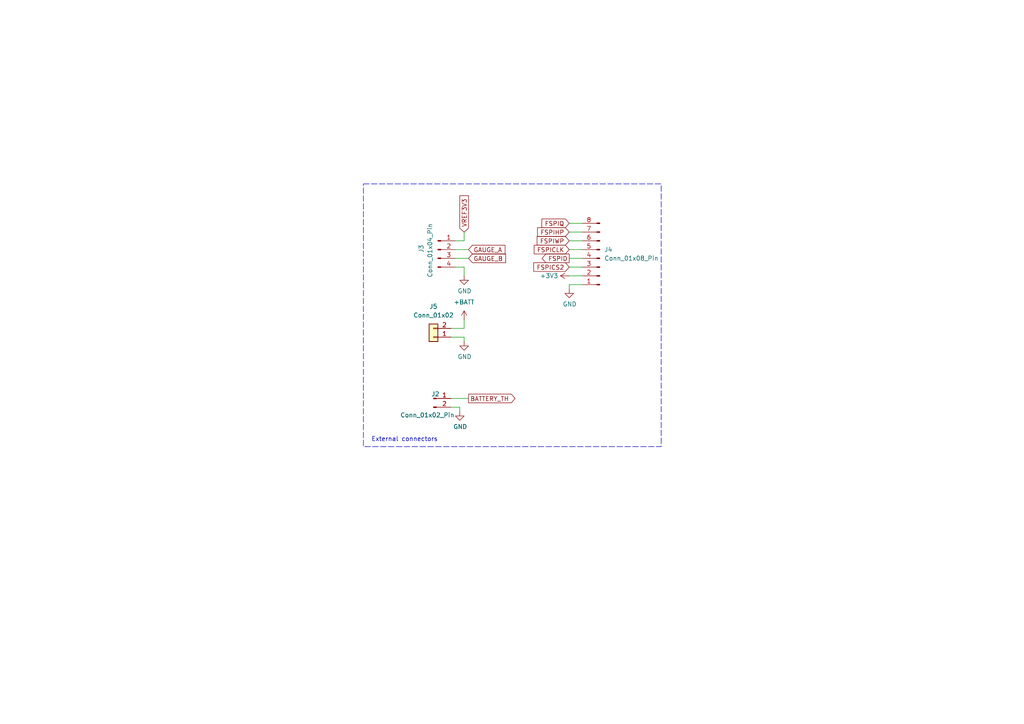
<source format=kicad_sch>
(kicad_sch (version 20250114) (generator "eeschema") (generator_version "9.0")
  (paper "A4")
  (lib_symbols
    (symbol "Connector:Conn_01x02_Pin" (pin_names (offset 1.016) (hide yes))
      (property "Reference" "J" (at 0 2.54 0))
      (property "Value" "Conn_01x02_Pin" (at 0 -5.08 0))
      (symbol "Conn_01x02_Pin_1_1"
        (rectangle (start 0.8636 0.127) (end 0 -0.127) (stroke (width 0.1524)) (fill (type outline)))
        (rectangle (start 0.8636 -2.413) (end 0 -2.667) (stroke (width 0.1524)) (fill (type outline)))
        (polyline (pts (xy 1.27 0) (xy 0.8636 0)) (stroke (width 0.1524)))
        (polyline (pts (xy 1.27 -2.54) (xy 0.8636 -2.54)) (stroke (width 0.1524)))
        (pin passive line (at 5.08 0 180) (length 3.81) (name "Pin_1") (number "1"))
        (pin passive line (at 5.08 -2.54 180) (length 3.81) (name "Pin_2") (number "2"))
      )
    )
    (symbol "Connector:Conn_01x04_Pin" (pin_names (offset 1.016) (hide yes))
      (property "Reference" "J" (at 0 5.08 0))
      (property "Value" "Conn_01x04_Pin" (at 0 -7.62 0))
      (symbol "Conn_01x04_Pin_1_1"
        (rectangle (start 0.8636 2.667) (end 0 2.413) (stroke (width 0.1524)) (fill (type outline)))
        (rectangle (start 0.8636 0.127) (end 0 -0.127) (stroke (width 0.1524)) (fill (type outline)))
        (rectangle (start 0.8636 -2.413) (end 0 -2.667) (stroke (width 0.1524)) (fill (type outline)))
        (rectangle (start 0.8636 -4.953) (end 0 -5.207) (stroke (width 0.1524)) (fill (type outline)))
        (polyline (pts (xy 1.27 2.54) (xy 0.8636 2.54)) (stroke (width 0.1524)))
        (polyline (pts (xy 1.27 0) (xy 0.8636 0)) (stroke (width 0.1524)))
        (polyline (pts (xy 1.27 -2.54) (xy 0.8636 -2.54)) (stroke (width 0.1524)))
        (polyline (pts (xy 1.27 -5.08) (xy 0.8636 -5.08)) (stroke (width 0.1524)))
        (pin passive line (at 5.08 2.54 180) (length 3.81) (name "Pin_1") (number "1"))
        (pin passive line (at 5.08 0 180) (length 3.81) (name "Pin_2") (number "2"))
        (pin passive line (at 5.08 -2.54 180) (length 3.81) (name "Pin_3") (number "3"))
        (pin passive line (at 5.08 -5.08 180) (length 3.81) (name "Pin_4") (number "4"))
      )
    )
    (symbol "Connector:Conn_01x08_Pin" (pin_names (offset 1.016) (hide yes))
      (property "Reference" "J" (at 0 10.16 0))
      (property "Value" "Conn_01x08_Pin" (at 0 -12.7 0))
      (symbol "Conn_01x08_Pin_1_1"
        (rectangle (start 0.8636 7.747) (end 0 7.493) (stroke (width 0.1524)) (fill (type outline)))
        (rectangle (start 0.8636 5.207) (end 0 4.953) (stroke (width 0.1524)) (fill (type outline)))
        (rectangle (start 0.8636 2.667) (end 0 2.413) (stroke (width 0.1524)) (fill (type outline)))
        (rectangle (start 0.8636 0.127) (end 0 -0.127) (stroke (width 0.1524)) (fill (type outline)))
        (rectangle (start 0.8636 -2.413) (end 0 -2.667) (stroke (width 0.1524)) (fill (type outline)))
        (rectangle (start 0.8636 -4.953) (end 0 -5.207) (stroke (width 0.1524)) (fill (type outline)))
        (rectangle (start 0.8636 -7.493) (end 0 -7.747) (stroke (width 0.1524)) (fill (type outline)))
        (rectangle (start 0.8636 -10.033) (end 0 -10.287) (stroke (width 0.1524)) (fill (type outline)))
        (polyline (pts (xy 1.27 7.62) (xy 0.8636 7.62)) (stroke (width 0.1524)))
        (polyline (pts (xy 1.27 5.08) (xy 0.8636 5.08)) (stroke (width 0.1524)))
        (polyline (pts (xy 1.27 2.54) (xy 0.8636 2.54)) (stroke (width 0.1524)))
        (polyline (pts (xy 1.27 0) (xy 0.8636 0)) (stroke (width 0.1524)))
        (polyline (pts (xy 1.27 -2.54) (xy 0.8636 -2.54)) (stroke (width 0.1524)))
        (polyline (pts (xy 1.27 -5.08) (xy 0.8636 -5.08)) (stroke (width 0.1524)))
        (polyline (pts (xy 1.27 -7.62) (xy 0.8636 -7.62)) (stroke (width 0.1524)))
        (polyline (pts (xy 1.27 -10.16) (xy 0.8636 -10.16)) (stroke (width 0.1524)))
        (pin passive line (at 5.08 7.62 180) (length 3.81) (name "Pin_1") (number "1"))
        (pin passive line (at 5.08 5.08 180) (length 3.81) (name "Pin_2") (number "2"))
        (pin passive line (at 5.08 2.54 180) (length 3.81) (name "Pin_3") (number "3"))
        (pin passive line (at 5.08 0 180) (length 3.81) (name "Pin_4") (number "4"))
        (pin passive line (at 5.08 -2.54 180) (length 3.81) (name "Pin_5") (number "5"))
        (pin passive line (at 5.08 -5.08 180) (length 3.81) (name "Pin_6") (number "6"))
        (pin passive line (at 5.08 -7.62 180) (length 3.81) (name "Pin_7") (number "7"))
        (pin passive line (at 5.08 -10.16 180) (length 3.81) (name "Pin_8") (number "8"))
      )
    )
    (symbol "Connector_Generic:Conn_01x02" (pin_names (offset 1.016) (hide yes))
      (property "Reference" "J" (at 0 2.54 0))
      (property "Value" "Conn_01x02" (at 0 -5.08 0))
      (symbol "Conn_01x02_1_1"
        (rectangle (start -1.27 1.27) (end 1.27 -3.81) (stroke (width 0.254)) (fill (type background)))
        (rectangle (start -1.27 0.127) (end 0 -0.127) (stroke (width 0.1524)))
        (rectangle (start -1.27 -2.413) (end 0 -2.667) (stroke (width 0.1524)))
        (pin passive line (at -5.08 0 0) (length 3.81) (name "Pin_1") (number "1"))
        (pin passive line (at -5.08 -2.54 0) (length 3.81) (name "Pin_2") (number "2"))
      )
    )
    (symbol "power:+3V3" (power) (pin_numbers (hide yes)) (pin_names (offset 0) (hide yes))
      (property "Value" "+3V3" (at 0 3.556 0))
      (symbol "+3V3_0_1"
        (polyline (pts (xy -0.762 1.27) (xy 0 2.54)))
        (polyline (pts (xy 0 2.54) (xy 0.762 1.27)))
        (polyline (pts (xy 0 0) (xy 0 2.54)))
      )
      (symbol "+3V3_1_1"
        (pin power_in line (at 0 0 90) (length 0) (name "~") (number "1"))
      )
    )
    (symbol "power:+BATT" (power) (pin_numbers (hide yes)) (pin_names (offset 0) (hide yes))
      (property "Value" "+BATT" (at 0 3.556 0))
      (symbol "+BATT_0_1"
        (polyline (pts (xy -0.762 1.27) (xy 0 2.54)))
        (polyline (pts (xy 0 2.54) (xy 0.762 1.27)))
        (polyline (pts (xy 0 0) (xy 0 2.54)))
      )
      (symbol "+BATT_1_1"
        (pin power_in line (at 0 0 90) (length 0) (name "~") (number "1"))
      )
    )
    (symbol "power:GND" (power) (pin_numbers (hide yes)) (pin_names (offset 0) (hide yes))
      (property "Value" "GND" (at 0 -3.81 0))
      (symbol "GND_0_1"
        (polyline (pts (xy 0 0) (xy 0 -1.27) (xy 1.27 -1.27) (xy 0 -2.54) (xy -1.27 -1.27) (xy 0 -1.27)))
      )
      (symbol "GND_1_1"
        (pin power_in line (at 0 0 270) (length 0) (name "~") (number "1"))
      )
    )
  )
  (rectangle (start 105.41 53.34) (end 191.77 129.54) (stroke (width 0) (type dash)))
  (text "External connectors\n" (at 117.348 127.508 0) (effects (font (size 1.27 1.27))))
  (wire (pts (xy 165.1 67.31) (xy 168.91 67.31)))
  (wire (pts (xy 165.1 64.77) (xy 168.91 64.77)))
  (wire (pts (xy 134.62 77.47) (xy 134.62 80.01)))
  (wire (pts (xy 165.1 77.47) (xy 168.91 77.47)))
  (wire (pts (xy 165.1 74.93) (xy 168.91 74.93)))
  (wire (pts (xy 165.1 72.39) (xy 168.91 72.39)))
  (wire (pts (xy 134.62 69.85) (xy 134.62 67.31)))
  (wire (pts (xy 165.1 82.55) (xy 168.91 82.55)))
  (wire (pts (xy 130.81 115.57) (xy 135.89 115.57)))
  (wire (pts (xy 130.81 97.79) (xy 134.62 97.79)))
  (wire (pts (xy 132.08 69.85) (xy 134.62 69.85)))
  (wire (pts (xy 165.1 80.01) (xy 168.91 80.01)))
  (wire (pts (xy 130.81 95.25) (xy 134.62 95.25)))
  (wire (pts (xy 165.1 82.55) (xy 165.1 83.82)))
  (wire (pts (xy 130.81 118.11) (xy 133.35 118.11)))
  (wire (pts (xy 132.08 74.93) (xy 135.89 74.93)))
  (wire (pts (xy 132.08 77.47) (xy 134.62 77.47)))
  (wire (pts (xy 132.08 72.39) (xy 135.89 72.39)))
  (wire (pts (xy 134.62 95.25) (xy 134.62 92.71)))
  (wire (pts (xy 133.35 118.11) (xy 133.35 119.38)))
  (wire (pts (xy 134.62 97.79) (xy 134.62 99.06)))
  (wire (pts (xy 165.1 69.85) (xy 168.91 69.85)))
  (global_label "FSPIQ" (shape input) (at 165.1 64.77 180) (property "Intersheetrefs" "${INTERSHEET_REFS}" (effects (hide yes))))
  (global_label "VREF3V3" (shape input) (at 134.62 67.31 90) (property "Intersheetrefs" "${INTERSHEET_REFS}" (effects (hide yes))))
  (global_label "FSPICS2" (shape input) (at 165.1 77.47 180) (property "Intersheetrefs" "${INTERSHEET_REFS}" (effects (hide yes))))
  (global_label "FSPICLK" (shape input) (at 165.1 72.39 180) (property "Intersheetrefs" "${INTERSHEET_REFS}" (effects (hide yes))))
  (global_label "BATTERY_TH" (shape output) (at 135.89 115.57 0) (property "Intersheetrefs" "${INTERSHEET_REFS}" (effects (hide yes))))
  (global_label "GAUGE_A" (shape input) (at 135.89 72.39 0) (property "Intersheetrefs" "${INTERSHEET_REFS}" (effects (hide yes))))
  (global_label "FSPID" (shape output) (at 165.1 74.93 180) (property "Intersheetrefs" "${INTERSHEET_REFS}" (effects (hide yes))))
  (global_label "GAUGE_B" (shape input) (at 135.89 74.93 0) (property "Intersheetrefs" "${INTERSHEET_REFS}" (effects (hide yes))))
  (global_label "FSPIHP" (shape input) (at 165.1 67.31 180) (property "Intersheetrefs" "${INTERSHEET_REFS}" (effects (hide yes))))
  (global_label "FSPIWP" (shape input) (at 165.1 69.85 180) (property "Intersheetrefs" "${INTERSHEET_REFS}" (effects (hide yes))))
  (symbol (lib_id "power:GND") (at 134.62 80.01 0) (unit 1)
    (property "Reference" "#PWR0174" (effects (hide yes)))
    (property "Value" "GND" (at 134.747 84.4042 0))
  )
  (symbol (lib_id "power:GND") (at 165.1 83.82 0) (unit 1)
    (property "Reference" "#PWR05" (effects (hide yes)))
    (property "Value" "GND" (at 165.227 88.2142 0))
  )
  (symbol (lib_id "Connector_Generic:Conn_01x02") (at 125.73 97.79 180) (unit 1)
    (property "Reference" "J5" (at 125.73 88.9 0))
    (property "Value" "Conn_01x02" (at 125.73 91.44 0))
    (property "Description" "Generic connector, single row, 01x02, script generated (kicad-library-utils/schlib/autogen/connector/)" (effects (hide yes)))
  )
  (symbol (lib_id "Connector:Conn_01x02_Pin") (at 125.73 115.57 0) (unit 1)
    (property "Reference" "J2" (at 125.0949 114.3 0) (effects (justify left)))
    (property "Value" "Conn_01x02_Pin" (at 116.078 120.396 0) (effects (justify left)))
    (property "Footprint" "Connector_PinHeader_1.27mm:PinHeader_1x02_P1.27mm_Vertical" (effects (hide yes)))
    (property "Description" "Generic connector, single row, 01x02, script generated" (effects (hide yes)))
  )
  (symbol (lib_id "power:GND") (at 133.35 119.38 0) (unit 1)
    (property "Reference" "#PWR0130" (effects (hide yes)))
    (property "Value" "GND" (at 133.477 123.7742 0))
  )
  (symbol (lib_id "power:+BATT") (at 134.62 92.71 0) (unit 1)
    (property "Reference" "#PWR0179" (effects (hide yes)))
    (property "Value" "+BATT" (at 134.62 87.63 0))
  )
  (symbol (lib_id "Connector:Conn_01x04_Pin") (at 127 72.39 0) (unit 1)
    (property "Reference" "J3" (at 122.174 72.136 90))
    (property "Value" "Conn_01x04_Pin" (at 124.714 72.644 90))
    (property "Footprint" "Connector_PinHeader_1.27mm:PinHeader_1x02_P1.27mm_Vertical" (effects (hide yes)))
    (property "Description" "Generic connector, single row, 01x04, script generated" (effects (hide yes)))
  )
  (symbol (lib_id "Connector:Conn_01x08_Pin") (at 173.99 74.93 180) (unit 1)
    (property "Reference" "J4" (at 175.26 72.3899 0) (effects (justify right)))
    (property "Value" "Conn_01x08_Pin" (at 175.26 74.9299 0) (effects (justify right)))
    (property "Footprint" "Connector_PinHeader_1.27mm:PinHeader_1x08_P1.27mm_Vertical" (effects (hide yes)))
    (property "Description" "Generic connector, single row, 01x08, script generated" (effects (hide yes)))
  )
  (symbol (lib_id "power:+3V3") (at 165.1 80.01 90) (unit 1)
    (property "Reference" "#PWR013" (effects (hide yes)))
    (property "Value" "+3V3" (at 159.258 80.01 90))
  )
  (symbol (lib_id "power:GND") (at 134.62 99.06 0) (unit 1)
    (property "Reference" "#PWR0180" (effects (hide yes)))
    (property "Value" "GND" (at 134.747 103.4542 0))
  )
)
</source>
